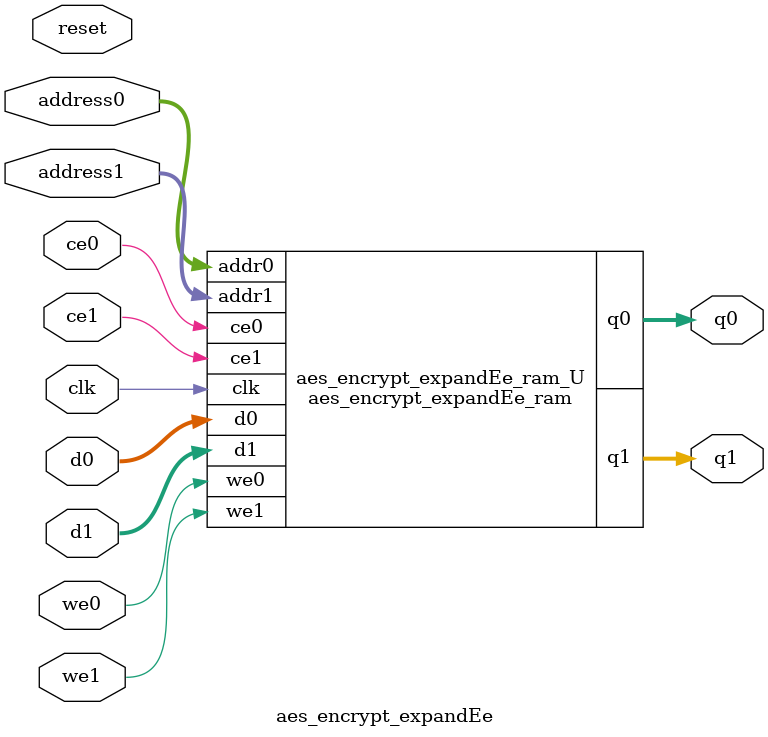
<source format=v>
`timescale 1 ns / 1 ps
module aes_encrypt_expandEe_ram (addr0, ce0, d0, we0, q0, addr1, ce1, d1, we1, q1,  clk);

parameter DWIDTH = 8;
parameter AWIDTH = 6;
parameter MEM_SIZE = 44;

input[AWIDTH-1:0] addr0;
input ce0;
input[DWIDTH-1:0] d0;
input we0;
output reg[DWIDTH-1:0] q0;
input[AWIDTH-1:0] addr1;
input ce1;
input[DWIDTH-1:0] d1;
input we1;
output reg[DWIDTH-1:0] q1;
input clk;

(* ram_style = "block" *)reg [DWIDTH-1:0] ram[0:MEM_SIZE-1];




always @(posedge clk)  
begin 
    if (ce0) begin
        if (we0) 
            ram[addr0] <= d0; 
        q0 <= ram[addr0];
    end
end


always @(posedge clk)  
begin 
    if (ce1) begin
        if (we1) 
            ram[addr1] <= d1; 
        q1 <= ram[addr1];
    end
end


endmodule

`timescale 1 ns / 1 ps
module aes_encrypt_expandEe(
    reset,
    clk,
    address0,
    ce0,
    we0,
    d0,
    q0,
    address1,
    ce1,
    we1,
    d1,
    q1);

parameter DataWidth = 32'd8;
parameter AddressRange = 32'd44;
parameter AddressWidth = 32'd6;
input reset;
input clk;
input[AddressWidth - 1:0] address0;
input ce0;
input we0;
input[DataWidth - 1:0] d0;
output[DataWidth - 1:0] q0;
input[AddressWidth - 1:0] address1;
input ce1;
input we1;
input[DataWidth - 1:0] d1;
output[DataWidth - 1:0] q1;



aes_encrypt_expandEe_ram aes_encrypt_expandEe_ram_U(
    .clk( clk ),
    .addr0( address0 ),
    .ce0( ce0 ),
    .we0( we0 ),
    .d0( d0 ),
    .q0( q0 ),
    .addr1( address1 ),
    .ce1( ce1 ),
    .we1( we1 ),
    .d1( d1 ),
    .q1( q1 ));

endmodule


</source>
